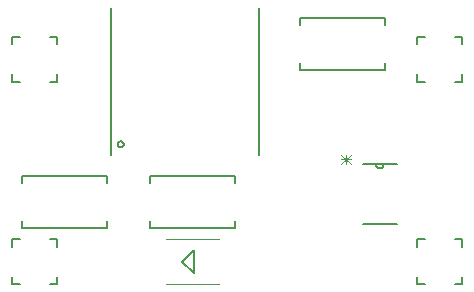
<source format=gto>
G75*
%MOIN*%
%OFA0B0*%
%FSLAX25Y25*%
%IPPOS*%
%LPD*%
%AMOC8*
5,1,8,0,0,1.08239X$1,22.5*
%
%ADD10C,0.00400*%
%ADD11C,0.00800*%
%ADD12C,0.00500*%
%ADD13C,0.00600*%
%ADD14C,0.00300*%
D10*
X0065100Y0014000D02*
X0082900Y0014000D01*
X0082900Y0029000D02*
X0065100Y0029000D01*
D11*
X0059858Y0032858D02*
X0059858Y0035142D01*
X0059858Y0032858D02*
X0088102Y0032858D01*
X0088102Y0035142D01*
X0074760Y0025437D02*
X0074760Y0017563D01*
X0070732Y0021500D01*
X0074760Y0025437D01*
X0045602Y0032858D02*
X0045602Y0035142D01*
X0045602Y0032858D02*
X0017358Y0032858D01*
X0017358Y0035142D01*
X0017358Y0047858D02*
X0017358Y0050142D01*
X0045602Y0050142D01*
X0045602Y0047858D01*
X0059858Y0047858D02*
X0059858Y0050142D01*
X0088102Y0050142D01*
X0088102Y0047858D01*
X0109898Y0085358D02*
X0109898Y0087642D01*
X0109898Y0085358D02*
X0138142Y0085358D01*
X0138142Y0087642D01*
X0138142Y0100358D02*
X0138142Y0102642D01*
X0109898Y0102642D01*
X0109898Y0100358D01*
D12*
X0096106Y0106106D02*
X0096106Y0056894D01*
X0049217Y0060673D02*
X0049219Y0060735D01*
X0049225Y0060798D01*
X0049235Y0060859D01*
X0049249Y0060920D01*
X0049266Y0060980D01*
X0049287Y0061039D01*
X0049313Y0061096D01*
X0049341Y0061151D01*
X0049373Y0061205D01*
X0049409Y0061256D01*
X0049447Y0061306D01*
X0049489Y0061352D01*
X0049533Y0061396D01*
X0049581Y0061437D01*
X0049630Y0061475D01*
X0049682Y0061509D01*
X0049736Y0061540D01*
X0049792Y0061568D01*
X0049850Y0061592D01*
X0049909Y0061613D01*
X0049969Y0061629D01*
X0050030Y0061642D01*
X0050092Y0061651D01*
X0050154Y0061656D01*
X0050217Y0061657D01*
X0050279Y0061654D01*
X0050341Y0061647D01*
X0050403Y0061636D01*
X0050463Y0061621D01*
X0050523Y0061603D01*
X0050581Y0061581D01*
X0050638Y0061555D01*
X0050693Y0061525D01*
X0050746Y0061492D01*
X0050797Y0061456D01*
X0050845Y0061417D01*
X0050891Y0061374D01*
X0050934Y0061329D01*
X0050974Y0061281D01*
X0051011Y0061231D01*
X0051045Y0061178D01*
X0051076Y0061124D01*
X0051102Y0061068D01*
X0051126Y0061010D01*
X0051145Y0060950D01*
X0051161Y0060890D01*
X0051173Y0060828D01*
X0051181Y0060767D01*
X0051185Y0060704D01*
X0051185Y0060642D01*
X0051181Y0060579D01*
X0051173Y0060518D01*
X0051161Y0060456D01*
X0051145Y0060396D01*
X0051126Y0060336D01*
X0051102Y0060278D01*
X0051076Y0060222D01*
X0051045Y0060168D01*
X0051011Y0060115D01*
X0050974Y0060065D01*
X0050934Y0060017D01*
X0050891Y0059972D01*
X0050845Y0059929D01*
X0050797Y0059890D01*
X0050746Y0059854D01*
X0050693Y0059821D01*
X0050638Y0059791D01*
X0050581Y0059765D01*
X0050523Y0059743D01*
X0050463Y0059725D01*
X0050403Y0059710D01*
X0050341Y0059699D01*
X0050279Y0059692D01*
X0050217Y0059689D01*
X0050154Y0059690D01*
X0050092Y0059695D01*
X0050030Y0059704D01*
X0049969Y0059717D01*
X0049909Y0059733D01*
X0049850Y0059754D01*
X0049792Y0059778D01*
X0049736Y0059806D01*
X0049682Y0059837D01*
X0049630Y0059871D01*
X0049581Y0059909D01*
X0049533Y0059950D01*
X0049489Y0059994D01*
X0049447Y0060040D01*
X0049409Y0060090D01*
X0049373Y0060141D01*
X0049341Y0060195D01*
X0049313Y0060250D01*
X0049287Y0060307D01*
X0049266Y0060366D01*
X0049249Y0060426D01*
X0049235Y0060487D01*
X0049225Y0060548D01*
X0049219Y0060611D01*
X0049217Y0060673D01*
X0046894Y0056894D02*
X0046894Y0106106D01*
D13*
X0014000Y0016500D02*
X0014000Y0014000D01*
X0016500Y0014000D01*
X0026500Y0014000D02*
X0029000Y0014000D01*
X0029000Y0016500D01*
X0029000Y0026500D02*
X0029000Y0029000D01*
X0026500Y0029000D01*
X0016500Y0029000D02*
X0014000Y0029000D01*
X0014000Y0026500D01*
X0014000Y0081500D02*
X0014000Y0084000D01*
X0014000Y0081500D02*
X0016500Y0081500D01*
X0026500Y0081500D02*
X0029000Y0081500D01*
X0029000Y0084000D01*
X0029000Y0094000D02*
X0029000Y0096500D01*
X0026500Y0096500D01*
X0016500Y0096500D02*
X0014000Y0096500D01*
X0014000Y0094000D01*
X0130900Y0053900D02*
X0135300Y0053900D01*
X0137700Y0053900D01*
X0142100Y0053900D01*
X0137700Y0053900D02*
X0137698Y0053831D01*
X0137692Y0053763D01*
X0137682Y0053695D01*
X0137669Y0053628D01*
X0137651Y0053562D01*
X0137630Y0053497D01*
X0137605Y0053433D01*
X0137577Y0053371D01*
X0137545Y0053310D01*
X0137510Y0053251D01*
X0137471Y0053195D01*
X0137429Y0053140D01*
X0137384Y0053089D01*
X0137336Y0053039D01*
X0137286Y0052993D01*
X0137233Y0052950D01*
X0137177Y0052909D01*
X0137120Y0052872D01*
X0137060Y0052839D01*
X0136998Y0052808D01*
X0136935Y0052782D01*
X0136871Y0052759D01*
X0136805Y0052739D01*
X0136738Y0052724D01*
X0136671Y0052712D01*
X0136603Y0052704D01*
X0136534Y0052700D01*
X0136466Y0052700D01*
X0136397Y0052704D01*
X0136329Y0052712D01*
X0136262Y0052724D01*
X0136195Y0052739D01*
X0136129Y0052759D01*
X0136065Y0052782D01*
X0136002Y0052808D01*
X0135940Y0052839D01*
X0135880Y0052872D01*
X0135823Y0052909D01*
X0135767Y0052950D01*
X0135714Y0052993D01*
X0135664Y0053039D01*
X0135616Y0053089D01*
X0135571Y0053140D01*
X0135529Y0053195D01*
X0135490Y0053251D01*
X0135455Y0053310D01*
X0135423Y0053371D01*
X0135395Y0053433D01*
X0135370Y0053497D01*
X0135349Y0053562D01*
X0135331Y0053628D01*
X0135318Y0053695D01*
X0135308Y0053763D01*
X0135302Y0053831D01*
X0135300Y0053900D01*
X0130900Y0034100D02*
X0142100Y0034100D01*
X0149000Y0029000D02*
X0151500Y0029000D01*
X0149000Y0029000D02*
X0149000Y0026500D01*
X0161500Y0029000D02*
X0164000Y0029000D01*
X0164000Y0026500D01*
X0164000Y0016500D02*
X0164000Y0014000D01*
X0161500Y0014000D01*
X0151500Y0014000D02*
X0149000Y0014000D01*
X0149000Y0016500D01*
X0149000Y0081500D02*
X0149000Y0084000D01*
X0149000Y0081500D02*
X0151500Y0081500D01*
X0161500Y0081500D02*
X0164000Y0081500D01*
X0164000Y0084000D01*
X0164000Y0094000D02*
X0164000Y0096500D01*
X0161500Y0096500D01*
X0151500Y0096500D02*
X0149000Y0096500D01*
X0149000Y0094000D01*
D14*
X0126786Y0057170D02*
X0123650Y0054034D01*
X0125218Y0054034D02*
X0125218Y0057170D01*
X0123650Y0057170D02*
X0126786Y0054034D01*
X0126786Y0055602D02*
X0123650Y0055602D01*
M02*

</source>
